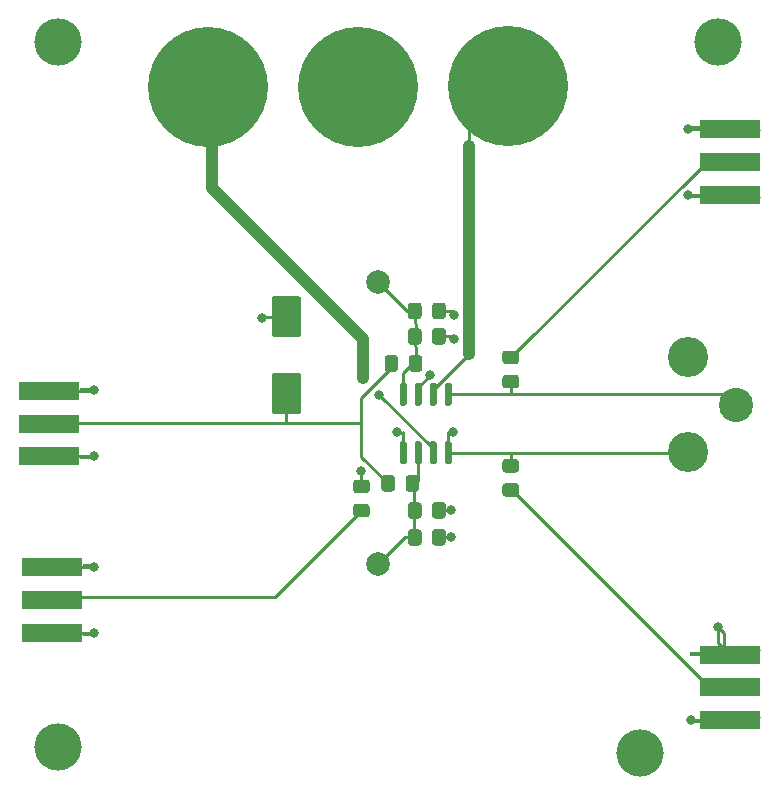
<source format=gbr>
%TF.GenerationSoftware,KiCad,Pcbnew,(5.1.6-0-10_14)*%
%TF.CreationDate,2020-08-19T15:58:13-07:00*%
%TF.ProjectId,single_ended_differential_converter,73696e67-6c65-45f6-956e-6465645f6469,rev?*%
%TF.SameCoordinates,Original*%
%TF.FileFunction,Copper,L1,Top*%
%TF.FilePolarity,Positive*%
%FSLAX46Y46*%
G04 Gerber Fmt 4.6, Leading zero omitted, Abs format (unit mm)*
G04 Created by KiCad (PCBNEW (5.1.6-0-10_14)) date 2020-08-19 15:58:13*
%MOMM*%
%LPD*%
G01*
G04 APERTURE LIST*
%TA.AperFunction,ComponentPad*%
%ADD10C,4.000000*%
%TD*%
%TA.AperFunction,ComponentPad*%
%ADD11C,2.000000*%
%TD*%
%TA.AperFunction,ComponentPad*%
%ADD12C,10.160000*%
%TD*%
%TA.AperFunction,Conductor*%
%ADD13R,0.950000X0.460000*%
%TD*%
%TA.AperFunction,SMDPad,CuDef*%
%ADD14R,5.080000X1.600000*%
%TD*%
%TA.AperFunction,ComponentPad*%
%ADD15C,2.900000*%
%TD*%
%TA.AperFunction,ComponentPad*%
%ADD16C,3.400000*%
%TD*%
%TA.AperFunction,ViaPad*%
%ADD17C,0.800000*%
%TD*%
%TA.AperFunction,Conductor*%
%ADD18C,0.250000*%
%TD*%
%TA.AperFunction,Conductor*%
%ADD19C,1.000000*%
%TD*%
G04 APERTURE END LIST*
D10*
%TO.P,H4,1*%
%TO.N,N/C*%
X271780000Y-100330000D03*
%TD*%
%TO.P,H3,1*%
%TO.N,N/C*%
X265176000Y-160528000D03*
%TD*%
%TO.P,H2,1*%
%TO.N,N/C*%
X215900000Y-160020000D03*
%TD*%
%TO.P,H1,1*%
%TO.N,N/C*%
X215900000Y-100330000D03*
%TD*%
%TO.P,C3,2*%
%TO.N,GND*%
%TA.AperFunction,SMDPad,CuDef*%
G36*
G01*
X236204000Y-125298000D02*
X234204000Y-125298000D01*
G75*
G02*
X233954000Y-125048000I0J250000D01*
G01*
X233954000Y-122048000D01*
G75*
G02*
X234204000Y-121798000I250000J0D01*
G01*
X236204000Y-121798000D01*
G75*
G02*
X236454000Y-122048000I0J-250000D01*
G01*
X236454000Y-125048000D01*
G75*
G02*
X236204000Y-125298000I-250000J0D01*
G01*
G37*
%TD.AperFunction*%
%TO.P,C3,1*%
%TO.N,/Vref*%
%TA.AperFunction,SMDPad,CuDef*%
G36*
G01*
X236204000Y-131798000D02*
X234204000Y-131798000D01*
G75*
G02*
X233954000Y-131548000I0J250000D01*
G01*
X233954000Y-128548000D01*
G75*
G02*
X234204000Y-128298000I250000J0D01*
G01*
X236204000Y-128298000D01*
G75*
G02*
X236454000Y-128548000I0J-250000D01*
G01*
X236454000Y-131548000D01*
G75*
G02*
X236204000Y-131798000I-250000J0D01*
G01*
G37*
%TD.AperFunction*%
%TD*%
%TO.P,U4,8*%
%TO.N,/VOS2*%
%TA.AperFunction,SMDPad,CuDef*%
G36*
G01*
X245245000Y-131100000D02*
X244945000Y-131100000D01*
G75*
G02*
X244795000Y-130950000I0J150000D01*
G01*
X244795000Y-129300000D01*
G75*
G02*
X244945000Y-129150000I150000J0D01*
G01*
X245245000Y-129150000D01*
G75*
G02*
X245395000Y-129300000I0J-150000D01*
G01*
X245395000Y-130950000D01*
G75*
G02*
X245245000Y-131100000I-150000J0D01*
G01*
G37*
%TD.AperFunction*%
%TO.P,U4,7*%
%TO.N,GND*%
%TA.AperFunction,SMDPad,CuDef*%
G36*
G01*
X246515000Y-131100000D02*
X246215000Y-131100000D01*
G75*
G02*
X246065000Y-130950000I0J150000D01*
G01*
X246065000Y-129300000D01*
G75*
G02*
X246215000Y-129150000I150000J0D01*
G01*
X246515000Y-129150000D01*
G75*
G02*
X246665000Y-129300000I0J-150000D01*
G01*
X246665000Y-130950000D01*
G75*
G02*
X246515000Y-131100000I-150000J0D01*
G01*
G37*
%TD.AperFunction*%
%TO.P,U4,6*%
%TO.N,VSS*%
%TA.AperFunction,SMDPad,CuDef*%
G36*
G01*
X247785000Y-131100000D02*
X247485000Y-131100000D01*
G75*
G02*
X247335000Y-130950000I0J150000D01*
G01*
X247335000Y-129300000D01*
G75*
G02*
X247485000Y-129150000I150000J0D01*
G01*
X247785000Y-129150000D01*
G75*
G02*
X247935000Y-129300000I0J-150000D01*
G01*
X247935000Y-130950000D01*
G75*
G02*
X247785000Y-131100000I-150000J0D01*
G01*
G37*
%TD.AperFunction*%
%TO.P,U4,5*%
%TO.N,/VoutN*%
%TA.AperFunction,SMDPad,CuDef*%
G36*
G01*
X249055000Y-131100000D02*
X248755000Y-131100000D01*
G75*
G02*
X248605000Y-130950000I0J150000D01*
G01*
X248605000Y-129300000D01*
G75*
G02*
X248755000Y-129150000I150000J0D01*
G01*
X249055000Y-129150000D01*
G75*
G02*
X249205000Y-129300000I0J-150000D01*
G01*
X249205000Y-130950000D01*
G75*
G02*
X249055000Y-131100000I-150000J0D01*
G01*
G37*
%TD.AperFunction*%
%TO.P,U4,4*%
%TO.N,/VoutP*%
%TA.AperFunction,SMDPad,CuDef*%
G36*
G01*
X249055000Y-136050000D02*
X248755000Y-136050000D01*
G75*
G02*
X248605000Y-135900000I0J150000D01*
G01*
X248605000Y-134250000D01*
G75*
G02*
X248755000Y-134100000I150000J0D01*
G01*
X249055000Y-134100000D01*
G75*
G02*
X249205000Y-134250000I0J-150000D01*
G01*
X249205000Y-135900000D01*
G75*
G02*
X249055000Y-136050000I-150000J0D01*
G01*
G37*
%TD.AperFunction*%
%TO.P,U4,3*%
%TO.N,VDD*%
%TA.AperFunction,SMDPad,CuDef*%
G36*
G01*
X247785000Y-136050000D02*
X247485000Y-136050000D01*
G75*
G02*
X247335000Y-135900000I0J150000D01*
G01*
X247335000Y-134250000D01*
G75*
G02*
X247485000Y-134100000I150000J0D01*
G01*
X247785000Y-134100000D01*
G75*
G02*
X247935000Y-134250000I0J-150000D01*
G01*
X247935000Y-135900000D01*
G75*
G02*
X247785000Y-136050000I-150000J0D01*
G01*
G37*
%TD.AperFunction*%
%TO.P,U4,2*%
%TO.N,/VOS1*%
%TA.AperFunction,SMDPad,CuDef*%
G36*
G01*
X246515000Y-136050000D02*
X246215000Y-136050000D01*
G75*
G02*
X246065000Y-135900000I0J150000D01*
G01*
X246065000Y-134250000D01*
G75*
G02*
X246215000Y-134100000I150000J0D01*
G01*
X246515000Y-134100000D01*
G75*
G02*
X246665000Y-134250000I0J-150000D01*
G01*
X246665000Y-135900000D01*
G75*
G02*
X246515000Y-136050000I-150000J0D01*
G01*
G37*
%TD.AperFunction*%
%TO.P,U4,1*%
%TO.N,Net-(CF1-Pad2)*%
%TA.AperFunction,SMDPad,CuDef*%
G36*
G01*
X245245000Y-136050000D02*
X244945000Y-136050000D01*
G75*
G02*
X244795000Y-135900000I0J150000D01*
G01*
X244795000Y-134250000D01*
G75*
G02*
X244945000Y-134100000I150000J0D01*
G01*
X245245000Y-134100000D01*
G75*
G02*
X245395000Y-134250000I0J-150000D01*
G01*
X245395000Y-135900000D01*
G75*
G02*
X245245000Y-136050000I-150000J0D01*
G01*
G37*
%TD.AperFunction*%
%TD*%
%TO.P,R7,2*%
%TO.N,/VoutN*%
%TA.AperFunction,SMDPad,CuDef*%
G36*
G01*
X253749999Y-128475000D02*
X254650001Y-128475000D01*
G75*
G02*
X254900000Y-128724999I0J-249999D01*
G01*
X254900000Y-129375001D01*
G75*
G02*
X254650001Y-129625000I-249999J0D01*
G01*
X253749999Y-129625000D01*
G75*
G02*
X253500000Y-129375001I0J249999D01*
G01*
X253500000Y-128724999D01*
G75*
G02*
X253749999Y-128475000I249999J0D01*
G01*
G37*
%TD.AperFunction*%
%TO.P,R7,1*%
%TO.N,/VoutN_1*%
%TA.AperFunction,SMDPad,CuDef*%
G36*
G01*
X253749999Y-126425000D02*
X254650001Y-126425000D01*
G75*
G02*
X254900000Y-126674999I0J-249999D01*
G01*
X254900000Y-127325001D01*
G75*
G02*
X254650001Y-127575000I-249999J0D01*
G01*
X253749999Y-127575000D01*
G75*
G02*
X253500000Y-127325001I0J249999D01*
G01*
X253500000Y-126674999D01*
G75*
G02*
X253749999Y-126425000I249999J0D01*
G01*
G37*
%TD.AperFunction*%
%TD*%
%TO.P,R6,2*%
%TO.N,/VoutP*%
%TA.AperFunction,SMDPad,CuDef*%
G36*
G01*
X254650001Y-136750000D02*
X253749999Y-136750000D01*
G75*
G02*
X253500000Y-136500001I0J249999D01*
G01*
X253500000Y-135849999D01*
G75*
G02*
X253749999Y-135600000I249999J0D01*
G01*
X254650001Y-135600000D01*
G75*
G02*
X254900000Y-135849999I0J-249999D01*
G01*
X254900000Y-136500001D01*
G75*
G02*
X254650001Y-136750000I-249999J0D01*
G01*
G37*
%TD.AperFunction*%
%TO.P,R6,1*%
%TO.N,/VoutP_1*%
%TA.AperFunction,SMDPad,CuDef*%
G36*
G01*
X254650001Y-138800000D02*
X253749999Y-138800000D01*
G75*
G02*
X253500000Y-138550001I0J249999D01*
G01*
X253500000Y-137899999D01*
G75*
G02*
X253749999Y-137650000I249999J0D01*
G01*
X254650001Y-137650000D01*
G75*
G02*
X254900000Y-137899999I0J-249999D01*
G01*
X254900000Y-138550001D01*
G75*
G02*
X254650001Y-138800000I-249999J0D01*
G01*
G37*
%TD.AperFunction*%
%TD*%
D11*
%TO.P,VOS2,1*%
%TO.N,/VOS2*%
X243000000Y-120650000D03*
%TD*%
%TO.P,VOS1,1*%
%TO.N,/VOS1*%
X243000000Y-144500000D03*
%TD*%
D12*
%TO.P,U3,1*%
%TO.N,VSS*%
X254000000Y-104013000D03*
%TD*%
%TO.P,U2,1*%
%TO.N,GND*%
X241300000Y-104140000D03*
%TD*%
%TO.P,U1,1*%
%TO.N,VDD*%
X228600000Y-104140000D03*
%TD*%
%TO.P,R5,2*%
%TO.N,/VOS2*%
%TA.AperFunction,SMDPad,CuDef*%
G36*
G01*
X245569000Y-127958001D02*
X245569000Y-127057999D01*
G75*
G02*
X245818999Y-126808000I249999J0D01*
G01*
X246469001Y-126808000D01*
G75*
G02*
X246719000Y-127057999I0J-249999D01*
G01*
X246719000Y-127958001D01*
G75*
G02*
X246469001Y-128208000I-249999J0D01*
G01*
X245818999Y-128208000D01*
G75*
G02*
X245569000Y-127958001I0J249999D01*
G01*
G37*
%TD.AperFunction*%
%TO.P,R5,1*%
%TO.N,/Vref*%
%TA.AperFunction,SMDPad,CuDef*%
G36*
G01*
X243519000Y-127958001D02*
X243519000Y-127057999D01*
G75*
G02*
X243768999Y-126808000I249999J0D01*
G01*
X244419001Y-126808000D01*
G75*
G02*
X244669000Y-127057999I0J-249999D01*
G01*
X244669000Y-127958001D01*
G75*
G02*
X244419001Y-128208000I-249999J0D01*
G01*
X243768999Y-128208000D01*
G75*
G02*
X243519000Y-127958001I0J249999D01*
G01*
G37*
%TD.AperFunction*%
%TD*%
%TO.P,R4,2*%
%TO.N,/VOS1*%
%TA.AperFunction,SMDPad,CuDef*%
G36*
G01*
X245297000Y-138118001D02*
X245297000Y-137217999D01*
G75*
G02*
X245546999Y-136968000I249999J0D01*
G01*
X246197001Y-136968000D01*
G75*
G02*
X246447000Y-137217999I0J-249999D01*
G01*
X246447000Y-138118001D01*
G75*
G02*
X246197001Y-138368000I-249999J0D01*
G01*
X245546999Y-138368000D01*
G75*
G02*
X245297000Y-138118001I0J249999D01*
G01*
G37*
%TD.AperFunction*%
%TO.P,R4,1*%
%TO.N,/Vref*%
%TA.AperFunction,SMDPad,CuDef*%
G36*
G01*
X243247000Y-138118001D02*
X243247000Y-137217999D01*
G75*
G02*
X243496999Y-136968000I249999J0D01*
G01*
X244147001Y-136968000D01*
G75*
G02*
X244397000Y-137217999I0J-249999D01*
G01*
X244397000Y-138118001D01*
G75*
G02*
X244147001Y-138368000I-249999J0D01*
G01*
X243496999Y-138368000D01*
G75*
G02*
X243247000Y-138118001I0J249999D01*
G01*
G37*
%TD.AperFunction*%
%TD*%
%TO.P,R3,2*%
%TO.N,GND*%
%TA.AperFunction,SMDPad,CuDef*%
G36*
G01*
X247550000Y-125672001D02*
X247550000Y-124771999D01*
G75*
G02*
X247799999Y-124522000I249999J0D01*
G01*
X248450001Y-124522000D01*
G75*
G02*
X248700000Y-124771999I0J-249999D01*
G01*
X248700000Y-125672001D01*
G75*
G02*
X248450001Y-125922000I-249999J0D01*
G01*
X247799999Y-125922000D01*
G75*
G02*
X247550000Y-125672001I0J249999D01*
G01*
G37*
%TD.AperFunction*%
%TO.P,R3,1*%
%TO.N,/VOS2*%
%TA.AperFunction,SMDPad,CuDef*%
G36*
G01*
X245500000Y-125672001D02*
X245500000Y-124771999D01*
G75*
G02*
X245749999Y-124522000I249999J0D01*
G01*
X246400001Y-124522000D01*
G75*
G02*
X246650000Y-124771999I0J-249999D01*
G01*
X246650000Y-125672001D01*
G75*
G02*
X246400001Y-125922000I-249999J0D01*
G01*
X245749999Y-125922000D01*
G75*
G02*
X245500000Y-125672001I0J249999D01*
G01*
G37*
%TD.AperFunction*%
%TD*%
%TO.P,R2,2*%
%TO.N,GND*%
%TA.AperFunction,SMDPad,CuDef*%
G36*
G01*
X247550000Y-142690001D02*
X247550000Y-141789999D01*
G75*
G02*
X247799999Y-141540000I249999J0D01*
G01*
X248450001Y-141540000D01*
G75*
G02*
X248700000Y-141789999I0J-249999D01*
G01*
X248700000Y-142690001D01*
G75*
G02*
X248450001Y-142940000I-249999J0D01*
G01*
X247799999Y-142940000D01*
G75*
G02*
X247550000Y-142690001I0J249999D01*
G01*
G37*
%TD.AperFunction*%
%TO.P,R2,1*%
%TO.N,/VOS1*%
%TA.AperFunction,SMDPad,CuDef*%
G36*
G01*
X245500000Y-142690001D02*
X245500000Y-141789999D01*
G75*
G02*
X245749999Y-141540000I249999J0D01*
G01*
X246400001Y-141540000D01*
G75*
G02*
X246650000Y-141789999I0J-249999D01*
G01*
X246650000Y-142690001D01*
G75*
G02*
X246400001Y-142940000I-249999J0D01*
G01*
X245749999Y-142940000D01*
G75*
G02*
X245500000Y-142690001I0J249999D01*
G01*
G37*
%TD.AperFunction*%
%TD*%
%TO.P,R1,2*%
%TO.N,/Vin*%
%TA.AperFunction,SMDPad,CuDef*%
G36*
G01*
X241103999Y-139397000D02*
X242004001Y-139397000D01*
G75*
G02*
X242254000Y-139646999I0J-249999D01*
G01*
X242254000Y-140297001D01*
G75*
G02*
X242004001Y-140547000I-249999J0D01*
G01*
X241103999Y-140547000D01*
G75*
G02*
X240854000Y-140297001I0J249999D01*
G01*
X240854000Y-139646999D01*
G75*
G02*
X241103999Y-139397000I249999J0D01*
G01*
G37*
%TD.AperFunction*%
%TO.P,R1,1*%
%TO.N,Net-(CF1-Pad2)*%
%TA.AperFunction,SMDPad,CuDef*%
G36*
G01*
X241103999Y-137347000D02*
X242004001Y-137347000D01*
G75*
G02*
X242254000Y-137596999I0J-249999D01*
G01*
X242254000Y-138247001D01*
G75*
G02*
X242004001Y-138497000I-249999J0D01*
G01*
X241103999Y-138497000D01*
G75*
G02*
X240854000Y-138247001I0J249999D01*
G01*
X240854000Y-137596999D01*
G75*
G02*
X241103999Y-137347000I249999J0D01*
G01*
G37*
%TD.AperFunction*%
%TD*%
D13*
%TO.N,GND*%
%TO.C,JPOS1*%
X269806000Y-152084000D03*
X269806000Y-157796000D03*
D14*
%TD*%
%TO.P,JPOS1,2*%
%TO.N,GND*%
X272796000Y-152170000D03*
%TO.P,JPOS1,2*%
%TO.N,GND*%
X272796000Y-157710000D03*
%TO.P,JPOS1,1*%
%TO.N,/VoutP_1*%
X272796000Y-154940000D03*
%TD*%
D13*
%TO.N,GND*%
%TO.C,JNEG1*%
X269806000Y-107610000D03*
X269806000Y-113322000D03*
D14*
%TD*%
%TO.P,JNEG1,2*%
%TO.N,GND*%
X272796000Y-107696000D03*
%TO.P,JNEG1,2*%
%TO.N,GND*%
X272796000Y-113236000D03*
%TO.P,JNEG1,1*%
%TO.N,/VoutN_1*%
X272796000Y-110466000D03*
%TD*%
D15*
%TO.P,J5,3*%
%TO.N,/VoutN*%
X273240000Y-131000000D03*
D16*
%TO.P,J5,1*%
%TO.N,GND*%
X269240000Y-127000000D03*
%TO.P,J5,2*%
%TO.N,/VoutP*%
X269240000Y-135000000D03*
%TD*%
D13*
%TO.N,GND*%
%TO.C,J2*%
X218128000Y-135456000D03*
X218128000Y-129744000D03*
D14*
%TD*%
%TO.P,J2,2*%
%TO.N,GND*%
X215138000Y-135370000D03*
%TO.P,J2,2*%
%TO.N,GND*%
X215138000Y-129830000D03*
%TO.P,J2,1*%
%TO.N,/Vref*%
X215138000Y-132600000D03*
%TD*%
D13*
%TO.N,GND*%
%TO.C,J1*%
X218382000Y-150406000D03*
X218382000Y-144694000D03*
D14*
%TD*%
%TO.P,J1,2*%
%TO.N,GND*%
X215392000Y-150320000D03*
%TO.P,J1,2*%
%TO.N,GND*%
X215392000Y-144780000D03*
%TO.P,J1,1*%
%TO.N,/Vin*%
X215392000Y-147550000D03*
%TD*%
%TO.P,C2,2*%
%TO.N,GND*%
%TA.AperFunction,SMDPad,CuDef*%
G36*
G01*
X247550000Y-140404001D02*
X247550000Y-139503999D01*
G75*
G02*
X247799999Y-139254000I249999J0D01*
G01*
X248450001Y-139254000D01*
G75*
G02*
X248700000Y-139503999I0J-249999D01*
G01*
X248700000Y-140404001D01*
G75*
G02*
X248450001Y-140654000I-249999J0D01*
G01*
X247799999Y-140654000D01*
G75*
G02*
X247550000Y-140404001I0J249999D01*
G01*
G37*
%TD.AperFunction*%
%TO.P,C2,1*%
%TO.N,/VOS1*%
%TA.AperFunction,SMDPad,CuDef*%
G36*
G01*
X245500000Y-140404001D02*
X245500000Y-139503999D01*
G75*
G02*
X245749999Y-139254000I249999J0D01*
G01*
X246400001Y-139254000D01*
G75*
G02*
X246650000Y-139503999I0J-249999D01*
G01*
X246650000Y-140404001D01*
G75*
G02*
X246400001Y-140654000I-249999J0D01*
G01*
X245749999Y-140654000D01*
G75*
G02*
X245500000Y-140404001I0J249999D01*
G01*
G37*
%TD.AperFunction*%
%TD*%
%TO.P,C1,2*%
%TO.N,GND*%
%TA.AperFunction,SMDPad,CuDef*%
G36*
G01*
X247550000Y-123513001D02*
X247550000Y-122612999D01*
G75*
G02*
X247799999Y-122363000I249999J0D01*
G01*
X248450001Y-122363000D01*
G75*
G02*
X248700000Y-122612999I0J-249999D01*
G01*
X248700000Y-123513001D01*
G75*
G02*
X248450001Y-123763000I-249999J0D01*
G01*
X247799999Y-123763000D01*
G75*
G02*
X247550000Y-123513001I0J249999D01*
G01*
G37*
%TD.AperFunction*%
%TO.P,C1,1*%
%TO.N,/VOS2*%
%TA.AperFunction,SMDPad,CuDef*%
G36*
G01*
X245500000Y-123513001D02*
X245500000Y-122612999D01*
G75*
G02*
X245749999Y-122363000I249999J0D01*
G01*
X246400001Y-122363000D01*
G75*
G02*
X246650000Y-122612999I0J-249999D01*
G01*
X246650000Y-123513001D01*
G75*
G02*
X246400001Y-123763000I-249999J0D01*
G01*
X245749999Y-123763000D01*
G75*
G02*
X245500000Y-123513001I0J249999D01*
G01*
G37*
%TD.AperFunction*%
%TD*%
D17*
%TO.N,GND*%
X271780000Y-149860000D03*
X269494000Y-157734000D03*
X249174000Y-139954000D03*
X247396000Y-128524000D03*
X249428000Y-123444000D03*
X249428000Y-125476000D03*
X218948000Y-129794000D03*
X218948000Y-135382000D03*
X249174000Y-142240000D03*
X233172000Y-123698000D03*
X218948000Y-144780000D03*
X218948000Y-150368000D03*
X269240000Y-107696000D03*
X269240000Y-113284000D03*
%TO.N,Net-(CF1-Pad2)*%
X244602000Y-133350000D03*
X241554000Y-136652000D03*
%TO.N,/VoutP*%
X249301000Y-133350000D03*
%TO.N,VDD*%
X243078000Y-130141232D03*
X241714768Y-128778000D03*
%TD*%
D18*
%TO.N,GND*%
X272280000Y-151830000D02*
X272280000Y-150360000D01*
X272280000Y-150360000D02*
X271780000Y-149860000D01*
X272280000Y-157370000D02*
X271890000Y-157370000D01*
X271890000Y-157370000D02*
X271780000Y-157480000D01*
X271976000Y-157456000D02*
X275239990Y-157456000D01*
X271890000Y-157370000D02*
X271976000Y-157456000D01*
X275153990Y-151830000D02*
X275239990Y-151744000D01*
X272280000Y-151830000D02*
X275153990Y-151830000D01*
X248031000Y-139954000D02*
X249174000Y-139954000D01*
X249301000Y-123063000D02*
X249428000Y-123190000D01*
X248303000Y-123063000D02*
X249301000Y-123063000D01*
X215560000Y-129732000D02*
X215646000Y-129818000D01*
X212656000Y-129732000D02*
X215560000Y-129732000D01*
X215560000Y-135444000D02*
X215646000Y-135358000D01*
X212656000Y-135444000D02*
X215560000Y-135444000D01*
X218924000Y-129818000D02*
X218948000Y-129794000D01*
X215646000Y-129818000D02*
X218924000Y-129818000D01*
X218924000Y-135358000D02*
X218948000Y-135382000D01*
X215646000Y-135358000D02*
X218924000Y-135358000D01*
X247904000Y-142240000D02*
X249174000Y-142240000D01*
X248176000Y-125222000D02*
X249428000Y-125222000D01*
X246365000Y-129555000D02*
X247396000Y-128524000D01*
X246365000Y-130125000D02*
X246365000Y-129555000D01*
X233322000Y-123548000D02*
X233172000Y-123698000D01*
X235204000Y-123548000D02*
X233322000Y-123548000D01*
X275153990Y-113370000D02*
X275239990Y-113456000D01*
X272280000Y-113370000D02*
X275153990Y-113370000D01*
X275153990Y-107830000D02*
X275239990Y-107744000D01*
X272280000Y-107830000D02*
X275153990Y-107830000D01*
X269892000Y-157710000D02*
X269806000Y-157796000D01*
X272796000Y-157710000D02*
X269892000Y-157710000D01*
X272710000Y-152084000D02*
X272796000Y-152170000D01*
X269806000Y-152084000D02*
X272710000Y-152084000D01*
X271780000Y-151154000D02*
X272796000Y-152170000D01*
X271780000Y-149860000D02*
X271780000Y-151154000D01*
X215392000Y-144780000D02*
X218948000Y-144780000D01*
X215392000Y-150320000D02*
X215392000Y-150368000D01*
X215392000Y-150368000D02*
X218948000Y-150368000D01*
X272796000Y-107696000D02*
X272796000Y-107442000D01*
X272542000Y-107696000D02*
X269240000Y-107696000D01*
X272796000Y-107442000D02*
X272542000Y-107696000D01*
X272796000Y-113236000D02*
X272844000Y-113236000D01*
X272796000Y-113284000D02*
X269240000Y-113284000D01*
X272844000Y-113236000D02*
X272796000Y-113284000D01*
%TO.N,/VOS2*%
X245095000Y-128285000D02*
X246244000Y-127136000D01*
X245095000Y-130125000D02*
X245095000Y-128285000D01*
X246244000Y-125231000D02*
X246235000Y-125222000D01*
X246244000Y-127136000D02*
X246000000Y-124977000D01*
X246235000Y-123081000D02*
X246253000Y-123063000D01*
X246235000Y-125222000D02*
X246000000Y-123081000D01*
X245413000Y-123063000D02*
X246075000Y-123063000D01*
X243000000Y-120650000D02*
X245413000Y-123063000D01*
%TO.N,/VOS1*%
X246365000Y-137429000D02*
X245999000Y-137795000D01*
X246365000Y-134186000D02*
X246365000Y-137429000D01*
X245999000Y-139936000D02*
X245981000Y-139954000D01*
X245999000Y-137795000D02*
X245999000Y-139936000D01*
X245981000Y-142095000D02*
X245999000Y-142113000D01*
X246000000Y-139845000D02*
X246000000Y-141986000D01*
X245260000Y-142240000D02*
X243000000Y-144500000D01*
X246075000Y-142240000D02*
X245260000Y-142240000D01*
%TO.N,/Vref*%
X241554000Y-132969000D02*
X241554000Y-130429000D01*
X241554000Y-130429000D02*
X244094000Y-127889000D01*
X241554000Y-135400000D02*
X243822000Y-137668000D01*
X241554000Y-132588000D02*
X241554000Y-135400000D01*
X235204000Y-130048000D02*
X235204000Y-132588000D01*
X235204000Y-132588000D02*
X241554000Y-132588000D01*
X215646000Y-132588000D02*
X235204000Y-132588000D01*
%TO.N,Net-(CF1-Pad2)*%
X245095000Y-133365000D02*
X245110000Y-133350000D01*
X245095000Y-135075000D02*
X245095000Y-133365000D01*
X244617000Y-133365000D02*
X244602000Y-133350000D01*
X245095000Y-133365000D02*
X244617000Y-133365000D01*
X245021000Y-135001000D02*
X245095000Y-135075000D01*
X241554000Y-136652000D02*
X241554000Y-137922000D01*
%TO.N,/VoutP*%
X269165000Y-135075000D02*
X269240000Y-135000000D01*
X254200000Y-135076000D02*
X254201000Y-135075000D01*
X254200000Y-136175000D02*
X254200000Y-135076000D01*
X254201000Y-135075000D02*
X269165000Y-135075000D01*
X248985000Y-135075000D02*
X254201000Y-135075000D01*
X248905000Y-133365000D02*
X248920000Y-133350000D01*
X248905000Y-135075000D02*
X248905000Y-133365000D01*
%TO.N,/Vin*%
X234206000Y-147320000D02*
X215519000Y-147320000D01*
X241554000Y-139972000D02*
X234206000Y-147320000D01*
%TO.N,/VoutN*%
X272365000Y-130125000D02*
X273240000Y-131000000D01*
X254245000Y-129050000D02*
X254245000Y-129277000D01*
X254245000Y-129050000D02*
X254245000Y-130084000D01*
X254204000Y-130125000D02*
X272365000Y-130125000D01*
X254245000Y-130084000D02*
X254204000Y-130125000D01*
X248985000Y-130125000D02*
X254204000Y-130125000D01*
%TO.N,VDD*%
X247635000Y-134698232D02*
X243078000Y-130141232D01*
X247635000Y-135075000D02*
X247635000Y-134698232D01*
X241714768Y-128778000D02*
X241714768Y-126745578D01*
D19*
X241714768Y-128778000D02*
X241714768Y-125476000D01*
X228934384Y-112695616D02*
X228934384Y-104474384D01*
D18*
X228934384Y-104474384D02*
X228600000Y-104140000D01*
D19*
X241714768Y-125476000D02*
X228934384Y-112695616D01*
D18*
%TO.N,VSS*%
X247635000Y-129748232D02*
X247635000Y-130125000D01*
X250698000Y-126685232D02*
X247635000Y-129748232D01*
D19*
X250698000Y-109092999D02*
X250698000Y-126685232D01*
D18*
X250698000Y-105029000D02*
X249682000Y-104013000D01*
X250698000Y-109092999D02*
X250698000Y-105029000D01*
%TO.N,/VoutN_1*%
X270654000Y-110600000D02*
X272280000Y-110600000D01*
X254254000Y-127000000D02*
X270654000Y-110600000D01*
X254200000Y-127000000D02*
X254254000Y-127000000D01*
%TO.N,/VoutP_1*%
X270678000Y-154600000D02*
X272280000Y-154600000D01*
X254303000Y-138225000D02*
X270678000Y-154600000D01*
X254200000Y-138225000D02*
X254303000Y-138225000D01*
%TD*%
M02*

</source>
